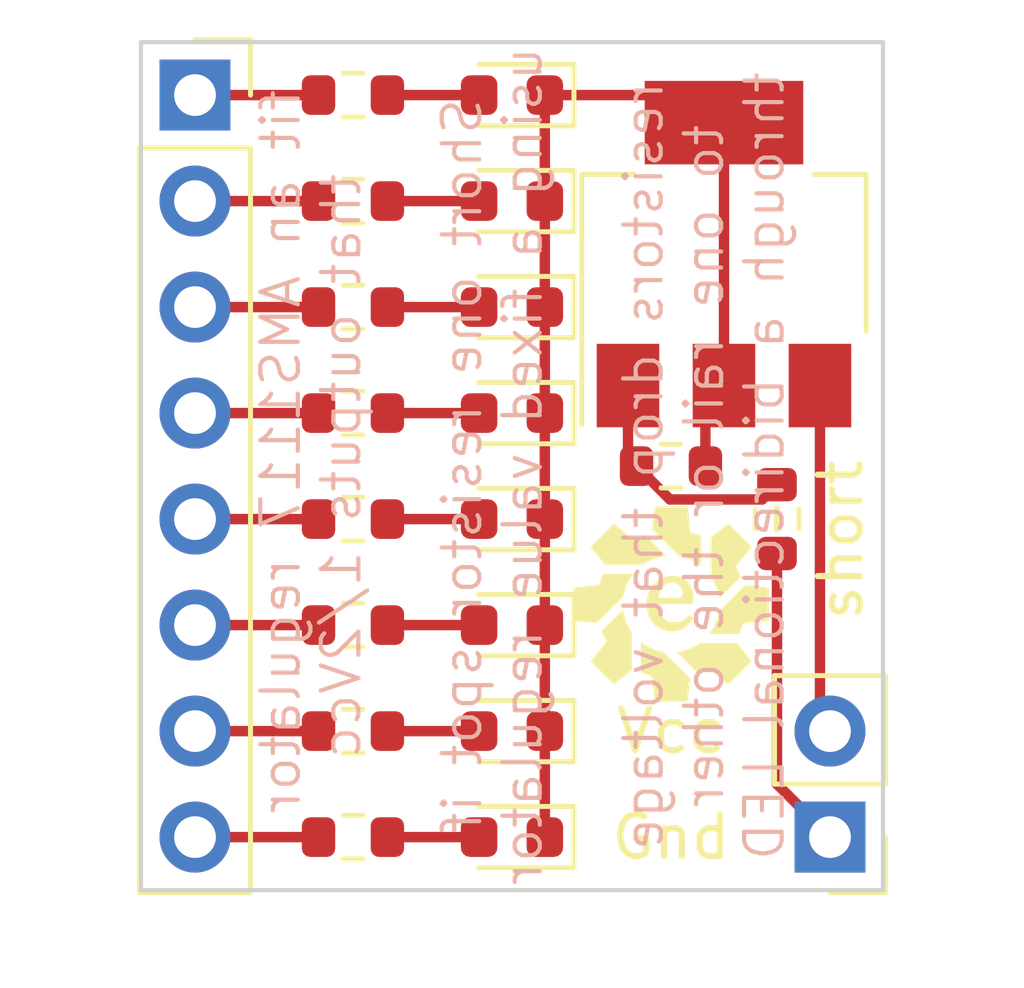
<source format=kicad_pcb>
(kicad_pcb (version 20211014) (generator pcbnew)
  (layers (0 "F.Cu" signal) (31 "B.Cu" signal) (34 "B.Paste" user) (35 "F.Paste" user) (36 "B.SilkS" user "B.Silkscreen") (37 "F.SilkS" user "F.Silkscreen") (38 "B.Mask" user) (39 "F.Mask" user) (44 "Edge.Cuts" user))
  (net 0 "")
  (net 1 "Net-(D1-Pad2)")
  (net 2 "Net-(D2-Pad2)")
  (net 3 "Net-(D3-Pad2)")
  (net 4 "Net-(D4-Pad2)")
  (net 5 "Net-(D5-Pad2)")
  (net 6 "Net-(D6-Pad2)")
  (net 7 "Net-(D7-Pad2)")
  (net 8 "Net-(D8-Pad2)")
  (net 9 "GND")
  (net 10 "+5V")
  (net 11 "Net-(D1-Pad1)")
  (net 12 "Net-(J1-Pad1)")
  (net 13 "Net-(J1-Pad2)")
  (net 14 "Net-(J1-Pad3)")
  (net 15 "Net-(J1-Pad4)")
  (net 16 "Net-(J1-Pad5)")
  (net 17 "Net-(J1-Pad6)")
  (net 18 "Net-(J1-Pad7)")
  (net 19 "Net-(J1-Pad8)")
  (net 20 "Net-(U1-Pad1)")
  (footprint "Resistor_SMD:R_0603_1608Metric" (layer "F.Cu") (at 128.27 87.63 180)
    (fp_text reference "R9" hide)
    (fp_text value "R")
    (fp_line (start -0.237258 0.5225) (end 0.237258 0.5225) (layer "F.SilkS") (width 0.12))
    (fp_line (start -0.237258 -0.5225) (end 0.237258 -0.5225) (layer "F.SilkS") (width 0.12))
    (pad "1" smd roundrect locked (at -0.825 0 180) (size 0.8 0.95) (layers "F.Cu" "F.Paste" "F.Mask") (net 11 "Net-(D1-Pad1)"))
    (pad "2" smd roundrect locked (at 0.825 0 180) (size 0.8 0.95) (layers "F.Cu" "F.Paste" "F.Mask") (net 20 "Net-(U1-Pad1)"))
  )
  (footprint "Resistor_SMD:R_0603_1608Metric" (layer "F.Cu") (at 130.81 88.9 -90)
    (fp_text reference "R10" hide)
    (fp_text value "R")
    (fp_line (start -0.237258 -0.5225) (end 0.237258 -0.5225) (layer "F.SilkS") (width 0.12))
    (fp_line (start -0.237258 0.5225) (end 0.237258 0.5225) (layer "F.SilkS") (width 0.12))
    (pad "1" smd roundrect locked (at -0.825 0 270) (size 0.8 0.95) (layers "F.Cu" "F.Paste" "F.Mask") (net 20 "Net-(U1-Pad1)"))
    (pad "2" smd roundrect locked (at 0.825 0 270) (size 0.8 0.95) (layers "F.Cu" "F.Paste" "F.Mask") (net 9 "GND"))
  )
  (footprint "LED_SMD:LED_0603_1608Metric" (layer "F.Cu") (at 124.46 83.82 180)
    (fp_text reference "D3" hide)
    (fp_text value "LED_Dual_Bidirectional")
    (fp_line (start 0.8 -0.735) (end -1.485 -0.735) (layer "F.SilkS") (width 0.12))
    (fp_line (start -1.485 -0.735) (end -1.485 0.735) (layer "F.SilkS") (width 0.12))
    (fp_line (start -1.485 0.735) (end 0.8 0.735) (layer "F.SilkS") (width 0.12))
    (pad "1" smd roundrect locked (at -0.7875 0 180) (size 0.875 0.95) (layers "F.Cu" "F.Paste" "F.Mask") (net 11 "Net-(D1-Pad1)"))
    (pad "2" smd roundrect locked (at 0.7875 0 180) (size 0.875 0.95) (layers "F.Cu" "F.Paste" "F.Mask") (net 3 "Net-(D3-Pad2)"))
  )
  (footprint "Resistor_SMD:R_0603_1608Metric" (layer "F.Cu") (at 120.65 83.82)
    (fp_text reference "R3" hide)
    (fp_text value "R")
    (fp_line (start -0.237258 0.5225) (end 0.237258 0.5225) (layer "F.SilkS") (width 0.12))
    (fp_line (start -0.237258 -0.5225) (end 0.237258 -0.5225) (layer "F.SilkS") (width 0.12))
    (pad "1" smd roundrect locked (at -0.825 0) (size 0.8 0.95) (layers "F.Cu" "F.Paste" "F.Mask") (net 14 "Net-(J1-Pad3)"))
    (pad "2" smd roundrect locked (at 0.825 0) (size 0.8 0.95) (layers "F.Cu" "F.Paste" "F.Mask") (net 3 "Net-(D3-Pad2)"))
  )
  (footprint "Package_TO_SOT_SMD:SOT-223-3_TabPin2" (layer "F.Cu") (at 129.54 82.55 90)
    (fp_text reference "U1" hide)
    (fp_text value "AZ1117-2.5")
    (fp_line (start 1.91 -3.41) (end 1.91 -2.15) (layer "F.SilkS") (width 0.12))
    (fp_line (start -4.1 -3.41) (end 1.91 -3.41) (layer "F.SilkS") (width 0.12))
    (fp_line (start -1.85 3.41) (end 1.91 3.41) (layer "F.SilkS") (width 0.12))
    (fp_line (start 1.91 3.41) (end 1.91 2.15) (layer "F.SilkS") (width 0.12))
    (pad "1" smd rect locked (at -3.15 -2.3 90) (size 2 1.5) (layers "F.Cu" "F.Paste" "F.Mask") (net 20 "Net-(U1-Pad1)"))
    (pad "2" smd rect locked (at 3.15 0 90) (size 2 3.8) (layers "F.Cu" "F.Paste" "F.Mask") (net 11 "Net-(D1-Pad1)"))
    (pad "2" smd rect locked (at -3.15 0 90) (size 2 1.5) (layers "F.Cu" "F.Paste" "F.Mask") (net 11 "Net-(D1-Pad1)"))
    (pad "3" smd rect locked (at -3.15 2.3 90) (size 2 1.5) (layers "F.Cu" "F.Paste" "F.Mask") (net 10 "+5V"))
  )
  (footprint "LED_SMD:LED_0603_1608Metric" (layer "F.Cu") (at 124.46 81.28 180)
    (fp_text reference "D2" hide)
    (fp_text value "LED_Dual_Bidirectional")
    (fp_line (start 0.8 -0.735) (end -1.485 -0.735) (layer "F.SilkS") (width 0.12))
    (fp_line (start -1.485 -0.735) (end -1.485 0.735) (layer "F.SilkS") (width 0.12))
    (fp_line (start -1.485 0.735) (end 0.8 0.735) (layer "F.SilkS") (width 0.12))
    (pad "1" smd roundrect locked (at -0.7875 0 180) (size 0.875 0.95) (layers "F.Cu" "F.Paste" "F.Mask") (net 11 "Net-(D1-Pad1)"))
    (pad "2" smd roundrect locked (at 0.7875 0 180) (size 0.875 0.95) (layers "F.Cu" "F.Paste" "F.Mask") (net 2 "Net-(D2-Pad2)"))
  )
  (footprint "LED_SMD:LED_0603_1608Metric" (layer "F.Cu") (at 124.46 91.44 180)
    (fp_text reference "D6" hide)
    (fp_text value "LED_Dual_Bidirectional")
    (fp_line (start 0.8 -0.735) (end -1.485 -0.735) (layer "F.SilkS") (width 0.12))
    (fp_line (start -1.485 0.735) (end 0.8 0.735) (layer "F.SilkS") (width 0.12))
    (fp_line (start -1.485 -0.735) (end -1.485 0.735) (layer "F.SilkS") (width 0.12))
    (pad "1" smd roundrect locked (at -0.7875 0 180) (size 0.875 0.95) (layers "F.Cu" "F.Paste" "F.Mask") (net 11 "Net-(D1-Pad1)"))
    (pad "2" smd roundrect locked (at 0.7875 0 180) (size 0.875 0.95) (layers "F.Cu" "F.Paste" "F.Mask") (net 6 "Net-(D6-Pad2)"))
  )
  (footprint "Resistor_SMD:R_0603_1608Metric" (layer "F.Cu") (at 120.65 96.52)
    (fp_text reference "R8" hide)
    (fp_text value "R")
    (fp_line (start -0.237258 -0.5225) (end 0.237258 -0.5225) (layer "F.SilkS") (width 0.12))
    (fp_line (start -0.237258 0.5225) (end 0.237258 0.5225) (layer "F.SilkS") (width 0.12))
    (pad "1" smd roundrect locked (at -0.825 0) (size 0.8 0.95) (layers "F.Cu" "F.Paste" "F.Mask") (net 19 "Net-(J1-Pad8)"))
    (pad "2" smd roundrect locked (at 0.825 0) (size 0.8 0.95) (layers "F.Cu" "F.Paste" "F.Mask") (net 8 "Net-(D8-Pad2)"))
  )
  (footprint "Resistor_SMD:R_0603_1608Metric" (layer "F.Cu") (at 120.65 81.28)
    (fp_text reference "R2" hide)
    (fp_text value "R")
    (fp_line (start -0.237258 0.5225) (end 0.237258 0.5225) (layer "F.SilkS") (width 0.12))
    (fp_line (start -0.237258 -0.5225) (end 0.237258 -0.5225) (layer "F.SilkS") (width 0.12))
    (pad "1" smd roundrect locked (at -0.825 0) (size 0.8 0.95) (layers "F.Cu" "F.Paste" "F.Mask") (net 13 "Net-(J1-Pad2)"))
    (pad "2" smd roundrect locked (at 0.825 0) (size 0.8 0.95) (layers "F.Cu" "F.Paste" "F.Mask") (net 2 "Net-(D2-Pad2)"))
  )
  (footprint "LED_SMD:LED_0603_1608Metric" (layer "F.Cu") (at 124.46 78.74 180)
    (fp_text reference "D1" hide)
    (fp_text value "LED_Dual_Bidirectional")
    (fp_line (start -1.485 0.735) (end 0.8 0.735) (layer "F.SilkS") (width 0.12))
    (fp_line (start -1.485 -0.735) (end -1.485 0.735) (layer "F.SilkS") (width 0.12))
    (fp_line (start 0.8 -0.735) (end -1.485 -0.735) (layer "F.SilkS") (width 0.12))
    (pad "1" smd roundrect locked (at -0.7875 0 180) (size 0.875 0.95) (layers "F.Cu" "F.Paste" "F.Mask") (net 11 "Net-(D1-Pad1)"))
    (pad "2" smd roundrect locked (at 0.7875 0 180) (size 0.875 0.95) (layers "F.Cu" "F.Paste" "F.Mask") (net 1 "Net-(D1-Pad2)"))
  )
  (footprint "LED_SMD:LED_0603_1608Metric" (layer "F.Cu") (at 124.46 88.9 180)
    (fp_text reference "D5" hide)
    (fp_text value "LED_Dual_Bidirectional")
    (fp_line (start -1.485 -0.735) (end -1.485 0.735) (layer "F.SilkS") (width 0.12))
    (fp_line (start 0.8 -0.735) (end -1.485 -0.735) (layer "F.SilkS") (width 0.12))
    (fp_line (start -1.485 0.735) (end 0.8 0.735) (layer "F.SilkS") (width 0.12))
    (pad "1" smd roundrect locked (at -0.7875 0 180) (size 0.875 0.95) (layers "F.Cu" "F.Paste" "F.Mask") (net 11 "Net-(D1-Pad1)"))
    (pad "2" smd roundrect locked (at 0.7875 0 180) (size 0.875 0.95) (layers "F.Cu" "F.Paste" "F.Mask") (net 5 "Net-(D5-Pad2)"))
  )
  (footprint "Resistor_SMD:R_0603_1608Metric" (layer "F.Cu") (at 120.65 88.9)
    (fp_text reference "R5" hide)
    (fp_text value "R")
    (fp_line (start -0.237258 -0.5225) (end 0.237258 -0.5225) (layer "F.SilkS") (width 0.12))
    (fp_line (start -0.237258 0.5225) (end 0.237258 0.5225) (layer "F.SilkS") (width 0.12))
    (pad "1" smd roundrect locked (at -0.825 0) (size 0.8 0.95) (layers "F.Cu" "F.Paste" "F.Mask") (net 16 "Net-(J1-Pad5)"))
    (pad "2" smd roundrect locked (at 0.825 0) (size 0.8 0.95) (layers "F.Cu" "F.Paste" "F.Mask") (net 5 "Net-(D5-Pad2)"))
  )
  (footprint "Resistor_SMD:R_0603_1608Metric" (layer "F.Cu") (at 120.65 93.98)
    (fp_text reference "R7" hide)
    (fp_text value "R")
    (fp_line (start -0.237258 -0.5225) (end 0.237258 -0.5225) (layer "F.SilkS") (width 0.12))
    (fp_line (start -0.237258 0.5225) (end 0.237258 0.5225) (layer "F.SilkS") (width 0.12))
    (pad "1" smd roundrect locked (at -0.825 0) (size 0.8 0.95) (layers "F.Cu" "F.Paste" "F.Mask") (net 18 "Net-(J1-Pad7)"))
    (pad "2" smd roundrect locked (at 0.825 0) (size 0.8 0.95) (layers "F.Cu" "F.Paste" "F.Mask") (net 7 "Net-(D7-Pad2)"))
  )
  (footprint "LED_SMD:LED_0603_1608Metric" (layer "F.Cu") (at 124.46 93.98 180)
    (fp_text reference "D7" hide)
    (fp_text value "LED_Dual_Bidirectional")
    (fp_line (start -1.485 0.735) (end 0.8 0.735) (layer "F.SilkS") (width 0.12))
    (fp_line (start 0.8 -0.735) (end -1.485 -0.735) (layer "F.SilkS") (width 0.12))
    (fp_line (start -1.485 -0.735) (end -1.485 0.735) (layer "F.SilkS") (width 0.12))
    (pad "1" smd roundrect locked (at -0.7875 0 180) (size 0.875 0.95) (layers "F.Cu" "F.Paste" "F.Mask") (net 11 "Net-(D1-Pad1)"))
    (pad "2" smd roundrect locked (at 0.7875 0 180) (size 0.875 0.95) (layers "F.Cu" "F.Paste" "F.Mask") (net 7 "Net-(D7-Pad2)"))
  )
  (footprint "Connector_PinSocket_2.54mm:PinSocket_1x08_P2.54mm_Vertical" (layer "F.Cu") (at 116.865 78.74)
    (fp_text reference "J1" hide)
    (fp_text value "Conn_01x08")
    (fp_line (start -1.33 19.11) (end 1.33 19.11) (layer "F.SilkS") (width 0.12))
    (fp_line (start -1.33 1.27) (end 1.33 1.27) (layer "F.SilkS") (width 0.12))
    (fp_line (start -1.33 1.27) (end -1.33 19.11) (layer "F.SilkS") (width 0.12))
    (fp_line (start 1.33 -1.33) (end 1.33 0) (layer "F.SilkS") (width 0.12))
    (fp_line (start 1.33 1.27) (end 1.33 19.11) (layer "F.SilkS") (width 0.12))
    (fp_line (start 0 -1.33) (end 1.33 -1.33) (layer "F.SilkS") (width 0.12))
    (pad "1" thru_hole rect locked (at 0 0) (size 1.7 1.7) (drill 1) (layers *.Cu *.Mask) (net 12 "Net-(J1-Pad1)"))
    (pad "2" thru_hole oval locked (at 0 2.54) (size 1.7 1.7) (drill 1) (layers *.Cu *.Mask) (net 13 "Net-(J1-Pad2)"))
    (pad "3" thru_hole oval locked (at 0 5.08) (size 1.7 1.7) (drill 1) (layers *.Cu *.Mask) (net 14 "Net-(J1-Pad3)"))
    (pad "4" thru_hole oval locked (at 0 7.62) (size 1.7 1.7) (drill 1) (layers *.Cu *.Mask) (net 15 "Net-(J1-Pad4)"))
    (pad "5" thru_hole oval locked (at 0 10.16) (size 1.7 1.7) (drill 1) (layers *.Cu *.Mask) (net 16 "Net-(J1-Pad5)"))
    (pad "6" thru_hole oval locked (at 0 12.7) (size 1.7 1.7) (drill 1) (layers *.Cu *.Mask) (net 17 "Net-(J1-Pad6)"))
    (pad "7" thru_hole oval locked (at 0 15.24) (size 1.7 1.7) (drill 1) (layers *.Cu *.Mask) (net 18 "Net-(J1-Pad7)"))
    (pad "8" thru_hole oval locked (at 0 17.78) (size 1.7 1.7) (drill 1) (layers *.Cu *.Mask) (net 19 "Net-(J1-Pad8)"))
  )
  (footprint "LED_SMD:LED_0603_1608Metric" (layer "F.Cu") (at 124.46 96.52 180)
    (fp_text reference "D8" hide)
    (fp_text value "LED_Dual_Bidirectional")
    (fp_line (start 0.8 -0.735) (end -1.485 -0.735) (layer "F.SilkS") (width 0.12))
    (fp_line (start -1.485 0.735) (end 0.8 0.735) (layer "F.SilkS") (width 0.12))
    (fp_line (start -1.485 -0.735) (end -1.485 0.735) (layer "F.SilkS") (width 0.12))
    (pad "1" smd roundrect locked (at -0.7875 0 180) (size 0.875 0.95) (layers "F.Cu" "F.Paste" "F.Mask") (net 11 "Net-(D1-Pad1)"))
    (pad "2" smd roundrect locked (at 0.7875 0 180) (size 0.875 0.95) (layers "F.Cu" "F.Paste" "F.Mask") (net 8 "Net-(D8-Pad2)"))
  )
  (footprint "LED_SMD:LED_0603_1608Metric" (layer "F.Cu") (at 124.46 86.36 180)
    (fp_text reference "D4" hide)
    (fp_text value "LED_Dual_Bidirectional")
    (fp_line (start -1.485 -0.735) (end -1.485 0.735) (layer "F.SilkS") (width 0.12))
    (fp_line (start -1.485 0.735) (end 0.8 0.735) (layer "F.SilkS") (width 0.12))
    (fp_line (start 0.8 -0.735) (end -1.485 -0.735) (layer "F.SilkS") (width 0.12))
    (pad "1" smd roundrect locked (at -0.7875 0 180) (size 0.875 0.95) (layers "F.Cu" "F.Paste" "F.Mask") (net 11 "Net-(D1-Pad1)"))
    (pad "2" smd roundrect locked (at 0.7875 0 180) (size 0.875 0.95) (layers "F.Cu" "F.Paste" "F.Mask") (net 4 "Net-(D4-Pad2)"))
  )
  (footprint "Evan's misc parts:Evan Logo" (layer "F.Cu") (at 128.27 90.932)
    (fp_text reference "G***" hide)
    (fp_text value "LOGO" hide)
    (fp_poly (pts (xy -1.174355 -0.720409) (xy -1.09832 -0.720094) (xy -1.037099 -0.719522) (xy -0.989418 -0.718654) (xy -0.954004 -0.717452) (xy -0.929584 -0.715877) (xy -0.914883 -0.71389) (xy -0.908629 -0.711454) (xy -0.908462 -0.709654) (xy -0.916507 -0.697508) (xy -0.931437 -0.675679) (xy -0.950157 -0.648689) (xy -0.951892 -0.646204) (xy -0.995642 -0.577057) (xy -1.037139 -0.499561) (xy -1.071745 -0.422564) (xy -1.079064 -0.403657) (xy -1.091437 -0.367939) (xy -1.104308 -0.326697) (xy -1.116496 -0.284241) (xy -1.12682 -0.244881) (xy -1.1341 -0.212927) (xy -1.137156 -0.192689) (xy -1.137184 -0.191468) (xy -1.143204 -0.181948) (xy -1.160326 -0.161846) (xy -1.187138 -0.132561) (xy -1.222228 -0.095495) (xy -1.264187 -0.052046) (xy -1.311604 -0.003615) (xy -1.363066 0.0484) (xy -1.417164 0.102597) (xy -1.472487 0.157578) (xy -1.527623 0.211943) (xy -1.581162 0.264292) (xy -1.631693 0.313225) (xy -1.677804 0.357343) (xy -1.718086 0.395246) (xy -1.751126 0.425534) (xy -1.775515 0.446807) (xy -1.789841 0.457666) (xy -1.792627 0.458782) (xy -1.814226 0.456805) (xy -1.835987 0.454464) (xy -1.913921 0.445458) (xy -1.977508 0.438164) (xy -2.029643 0.432261) (xy -2.073221 0.427427) (xy -2.111136 0.42334) (xy -2.146284 0.419678) (xy -2.174538 0.41682) (xy -2.217203 0.412417) (xy -2.256835 0.408088) (xy -2.288184 0.404419) (xy -2.30258 0.402529) (xy -2.335133 0.397791) (xy -2.335133 -0.389109) (xy -2.30258 -0.393848) (xy -2.280349 -0.396682) (xy -2.246086 -0.400585) (xy -2.205046 -0.404973) (xy -2.174538 -0.408075) (xy -2.122631 -0.413468) (xy -2.062982 -0.420023) (xy -2.005071 -0.426687) (xy -1.97922 -0.429793) (xy -1.929162 -0.435592) (xy -1.875688 -0.441246) (xy -1.826723 -0.44594) (xy -1.80268 -0.447966) (xy -1.766711 -0.451756) (xy -1.739565 -0.456583) (xy -1.724864 -0.461736) (xy -1.723323 -0.463507) (xy -1.715572 -0.489232) (xy -1.703951 -0.525026) (xy -1.690105 -0.566113) (xy -1.675682 -0.607716) (xy -1.662326 -0.645058) (xy -1.651685 -0.673363) (xy -1.647469 -0.683612) (xy -1.631176 -0.720505) (xy -1.266477 -0.720505)) (layer "F.SilkS") (width 0) (fill solid))
    (fp_poly (pts (xy 1.828143 -0.447424) (xy 1.857968 -0.444118) (xy 1.899141 -0.439458) (xy 1.94577 -0.434115) (xy 1.983562 -0.429739) (xy 2.037268 -0.423642) (xy 2.097055 -0.417098) (xy 2.153969 -0.411078) (xy 2.18322 -0.4081) (xy 2.225885 -0.403713) (xy 2.265518 -0.399397) (xy 2.296867 -0.395735) (xy 2.311261 -0.393848) (xy 2.343814 -0.389109) (xy 2.343814 0.397791) (xy 2.311261 0.402529) (xy 2.28903 0.405364) (xy 2.254768 0.409266) (xy 2.213727 0.413654) (xy 2.18322 0.416757) (xy 2.131312 0.422149) (xy 2.071664 0.428705) (xy 2.013753 0.435369) (xy 1.987902 0.438475) (xy 1.937843 0.444273) (xy 1.884369 0.449928) (xy 1.835404 0.454622) (xy 1.811362 0.456648) (xy 1.775411 0.460436) (xy 1.748259 0.465262) (xy 1.733536 0.470413) (xy 1.731983 0.472188) (xy 1.722236 0.504643) (xy 1.708543 0.546966) (xy 1.693054 0.59277) (xy 1.677917 0.635666) (xy 1.668156 0.661911) (xy 1.645603 0.720506) (xy 1.282884 0.720506) (xy 1.205427 0.720415) (xy 1.133625 0.720156) (xy 1.069278 0.719748) (xy 1.014183 0.719211) (xy 0.970137 0.718563) (xy 0.93894 0.717825) (xy 0.922387 0.717016) (xy 0.920164 0.716582) (xy 0.924786 0.708113) (xy 0.937032 0.689212) (xy 0.954474 0.663602) (xy 0.958742 0.657471) (xy 1.004905 0.584605) (xy 1.047866 0.5041) (xy 1.08302 0.424711) (xy 1.087745 0.412338) (xy 1.101314 0.373143) (xy 1.114879 0.329289) (xy 1.127274 0.285114) (xy 1.137337 0.244955) (xy 1.143903 0.213149) (xy 1.145865 0.195809) (xy 1.152001 0.184983) (xy 1.170443 0.162569) (xy 1.201242 0.128513) (xy 1.24445 0.082761) (xy 1.300118 0.025258) (xy 1.368298 -0.04405) (xy 1.449041 -0.125217) (xy 1.461379 -0.137558) (xy 1.776894 -0.452984)) (layer "F.SilkS") (width 0) (fill solid))
    (fp_poly (pts (xy -1.313961 -1.885564) (xy -1.292255 -1.86862) (xy -1.260076 -1.843148) (xy -1.220363 -1.811507) (xy -1.176053 -1.776057) (xy -1.130085 -1.739155) (xy -1.085397 -1.703163) (xy -1.044926 -1.670439) (xy -1.011611 -1.643343) (xy -0.988391 -1.624234) (xy -0.98534 -1.621682) (xy -0.968623 -1.608008) (xy -0.94475 -1.588901) (xy -0.929119 -1.576546) (xy -0.89033 -1.546058) (xy -0.82929 -1.57904) (xy -0.789437 -1.599556) (xy -0.743376 -1.621776) (xy -0.701006 -1.640925) (xy -0.700594 -1.641102) (xy -0.632938 -1.670183) (xy -0.377235 -1.414589) (xy -0.322475 -1.359713) (xy -0.271729 -1.308589) (xy -0.226277 -1.262526) (xy -0.187397 -1.222832) (xy -0.156368 -1.190815) (xy -0.134467 -1.167784) (xy -0.122975 -1.155047) (xy -0.121531 -1.152962) (xy -0.129284 -1.148399) (xy -0.149017 -1.143547) (xy -0.162765 -1.141336) (xy -0.198693 -1.134859) (xy -0.245266 -1.124228) (xy -0.296721 -1.11097) (xy -0.347298 -1.096613) (xy -0.391235 -1.082684) (xy -0.41136 -1.075422) (xy -0.463103 -1.053177) (xy -0.520849 -1.024802) (xy -0.576961 -0.994239) (xy -0.621575 -0.966917) (xy -0.665877 -0.937525) (xy -1.586588 -0.937525) (xy -1.60001 -0.958009) (xy -1.614403 -0.97796) (xy -1.625043 -0.990562) (xy -1.634351 -1.001335) (xy -1.652276 -1.022994) (xy -1.676617 -1.052845) (xy -1.705172 -1.088197) (xy -1.720105 -1.106801) (xy -1.753419 -1.148343) (xy -1.786936 -1.190063) (xy -1.817298 -1.227786) (xy -1.841147 -1.257338) (xy -1.846373 -1.263792) (xy -1.869856 -1.293173) (xy -1.891473 -1.320922) (xy -1.906815 -1.341373) (xy -1.907626 -1.342506) (xy -1.926063 -1.368398) (xy -1.367225 -1.92646)) (layer "F.SilkS") (width 0) (fill solid))
    (fp_poly (pts (xy 0.055094 -0.674791) (xy 0.13108 -0.667998) (xy 0.19618 -0.654138) (xy 0.256005 -0.631551) (xy 0.316167 -0.598581) (xy 0.319036 -0.596786) (xy 0.384465 -0.545673) (xy 0.440304 -0.481533) (xy 0.484966 -0.406747) (xy 0.51686 -0.323696) (xy 0.526162 -0.286466) (xy 0.532673 -0.243911) (xy 0.536166 -0.19537) (xy 0.536775 -0.145001) (xy 0.534633 -0.096962) (xy 0.529876 -0.05541) (xy 0.522636 -0.024503) (xy 0.517355 -0.013095) (xy 0.503086 0.008681) (xy -0.295147 0.008681) (xy -0.294842 0.045575) (xy -0.286327 0.128333) (xy -0.262999 0.205712) (xy -0.226083 0.27566) (xy -0.176803 0.336123) (xy -0.116383 0.385049) (xy -0.08008 0.40569) (xy -0.051604 0.419478) (xy -0.029222 0.428715) (xy -0.008174 0.434312) (xy 0.016302 0.437181) (xy 0.048966 0.438233) (xy 0.090685 0.43838) (xy 0.136502 0.438056) (xy 0.169514 0.43662) (xy 0.194274 0.433375) (xy 0.215332 0.427626) (xy 0.237242 0.418676) (xy 0.246023 0.414626) (xy 0.282029 0.394771) (xy 0.323747 0.367265) (xy 0.365452 0.33629) (xy 0.401418 0.306027) (xy 0.420194 0.287417) (xy 0.437853 0.273128) (xy 0.456374 0.271219) (xy 0.479019 0.282277) (xy 0.504209 0.302542) (xy 0.541888 0.335979) (xy 0.511836 0.385656) (xy 0.453496 0.466246) (xy 0.384021 0.534289) (xy 0.304735 0.588702) (xy 0.216965 0.628405) (xy 0.212349 0.629994) (xy 0.176336 0.641109) (xy 0.142676 0.64848) (xy 0.105496 0.652992) (xy 0.058925 0.655533) (xy 0.039064 0.656126) (xy -0.006899 0.656519) (xy -0.051299 0.65552) (xy -0.088559 0.653331) (xy -0.110052 0.650755) (xy -0.181017 0.632088) (xy -0.254598 0.602187) (xy -0.323495 0.564074) (xy -0.330268 0.559647) (xy -0.399169 0.503628) (xy -0.457929 0.434762) (xy -0.505991 0.354683) (xy -0.542796 0.26502) (xy -0.567785 0.167408) (xy -0.580399 0.063477) (xy -0.58008 -0.045141) (xy -0.569395 -0.138892) (xy -0.567436 -0.147573) (xy -0.295477 -0.147573) (xy -0.05876 -0.147622) (xy 0.007461 -0.147956) (xy 0.068483 -0.148878) (xy 0.121809 -0.150305) (xy 0.164943 -0.152154) (xy 0.195387 -0.154344) (xy 0.209617 -0.156464) (xy 0.24119 -0.171609) (xy 0.261398 -0.197298) (xy 0.271229 -0.235232) (xy 0.272557 -0.264764) (xy 0.263583 -0.326483) (xy 0.238921 -0.383842) (xy 0.200132 -0.434425) (xy 0.148782 -0.475816) (xy 0.128402 -0.487542) (xy 0.08313 -0.503068) (xy 0.029764 -0.508695) (xy -0.025614 -0.504549) (xy -0.076922 -0.490755) (xy -0.094236 -0.482933) (xy -0.151433 -0.44403) (xy -0.201287 -0.39167) (xy -0.241522 -0.329001) (xy -0.269859 -0.259173) (xy -0.277389 -0.229767) (xy -0.28372 -0.200364) (xy -0.289227 -0.175198) (xy -0.291038 -0.167105) (xy -0.295477 -0.147573) (xy -0.567436 -0.147573) (xy -0.54737 -0.236509) (xy -0.514521 -0.32283) (xy -0.469085 -0.401373) (xy -0.409297 -0.475651) (xy -0.390635 -0.495258) (xy -0.317373 -0.560207) (xy -0.239009 -0.610028) (xy -0.151918 -0.646892) (xy -0.121607 -0.656309) (xy -0.083112 -0.666724) (xy -0.051721 -0.673081) (xy -0.021102 -0.676039) (xy 0.01508 -0.676264)) (layer "F.SilkS") (width 0) (fill solid))
    (fp_poly (pts (xy 1.138051 0.937937) (xy 1.584245 0.938347) (xy 1.623309 0.987643) (xy 1.644961 1.014886) (xy 1.664167 1.03891) (xy 1.676763 1.054508) (xy 1.687877 1.06821) (xy 1.707148 1.0921) (xy 1.73264 1.123769) (xy 1.762418 1.160806) (xy 1.794547 1.200801) (xy 1.827093 1.241344) (xy 1.858121 1.280025) (xy 1.885696 1.314434) (xy 1.907883 1.34216) (xy 1.922746 1.360794) (xy 1.928157 1.367656) (xy 1.923764 1.375835) (xy 1.907643 1.395309) (xy 1.880534 1.425294) (xy 1.843179 1.465004) (xy 1.79632 1.513655) (xy 1.740697 1.570463) (xy 1.677053 1.634643) (xy 1.655386 1.656337) (xy 1.375717 1.935908) (xy 1.223898 1.813599) (xy 1.178922 1.777347) (xy 1.137653 1.744046) (xy 1.102306 1.715486) (xy 1.075094 1.693456) (xy 1.058231 1.679745) (xy 1.054686 1.676832) (xy 1.040508 1.665249) (xy 1.016712 1.646016) (xy 0.987248 1.622318) (xy 0.969647 1.608208) (xy 0.902 1.554045) (xy 0.826444 1.592326) (xy 0.786514 1.612184) (xy 0.74558 1.631928) (xy 0.710601 1.64822) (xy 0.70082 1.652591) (xy 0.650751 1.674575) (xy 0.394007 1.418269) (xy 0.339277 1.363448) (xy 0.288722 1.312451) (xy 0.243595 1.266568) (xy 0.205146 1.22709) (xy 0.17463 1.195304) (xy 0.153297 1.172503) (xy 0.142402 1.159976) (xy 0.141269 1.157957) (xy 0.151287 1.154624) (xy 0.173511 1.14986) (xy 0.200679 1.145102) (xy 0.329993 1.115751) (xy 0.457178 1.06953) (xy 0.581033 1.006905) (xy 0.625885 0.979601) (xy 0.691858 0.937526)) (layer "F.SilkS") (width 0) (fill solid))
    (fp_poly (pts (xy -0.697508 0.925189) (xy -0.675679 0.940119) (xy -0.648689 0.958838) (xy -0.646204 0.960574) (xy -0.577057 1.004323) (xy -0.499561 1.045821) (xy -0.422564 1.080426) (xy -0.403657 1.087745) (xy -0.367939 1.100119) (xy -0.326697 1.11299) (xy -0.284241 1.125177) (xy -0.244881 1.135502) (xy -0.212927 1.142782) (xy -0.192689 1.145837) (xy -0.191468 1.145865) (xy -0.182876 1.151842) (xy -0.163264 1.169008) (xy -0.133826 1.196216) (xy -0.09576 1.232318) (xy -0.05026 1.276168) (xy 0.001477 1.326618) (xy 0.058255 1.38252) (xy 0.11888 1.442728) (xy 0.14162 1.465441) (xy 0.461108 1.785016) (xy 0.455761 1.832204) (xy 0.452565 1.860214) (xy 0.448018 1.899812) (xy 0.442772 1.945338) (xy 0.438354 1.983562) (xy 0.432285 2.037271) (xy 0.425764 2.09706) (xy 0.419756 2.153977) (xy 0.416782 2.18322) (xy 0.412394 2.225885) (xy 0.408078 2.265518) (xy 0.404417 2.296867) (xy 0.402529 2.311261) (xy 0.397791 2.343814) (xy -0.389109 2.343814) (xy -0.393848 2.311261) (xy -0.396682 2.28903) (xy -0.400585 2.254768) (xy -0.404973 2.213727) (xy -0.408075 2.18322) (xy -0.413468 2.131312) (xy -0.420023 2.071664) (xy -0.426687 2.013753) (xy -0.429793 1.987902) (xy -0.435592 1.937843) (xy -0.441246 1.884369) (xy -0.44594 1.835404) (xy -0.447966 1.811362) (xy -0.451756 1.775393) (xy -0.456583 1.748247) (xy -0.461736 1.733545) (xy -0.463507 1.732004) (xy -0.489232 1.724254) (xy -0.525026 1.712632) (xy -0.566113 1.698787) (xy -0.607716 1.684363) (xy -0.645058 1.671008) (xy -0.673363 1.660367) (xy -0.683612 1.656151) (xy -0.720505 1.639858) (xy -0.720505 1.275158) (xy -0.720409 1.183036) (xy -0.720094 1.107002) (xy -0.719522 1.045781) (xy -0.718654 0.9981) (xy -0.717452 0.962686) (xy -0.715877 0.938265) (xy -0.71389 0.923565) (xy -0.711454 0.91731) (xy -0.709654 0.917143)) (layer "F.SilkS") (width 0) (fill solid))
    (fp_poly (pts (xy 0.402529 -2.30258) (xy 0.405364 -2.280349) (xy 0.409266 -2.246086) (xy 0.413654 -2.205046) (xy 0.416757 -2.174538) (xy 0.422149 -2.122631) (xy 0.428705 -2.062982) (xy 0.435369 -2.005071) (xy 0.438475 -1.97922) (xy 0.444273 -1.929162) (xy 0.449928 -1.875688) (xy 0.454622 -1.826723) (xy 0.456648 -1.80268) (xy 0.460438 -1.766711) (xy 0.465264 -1.739565) (xy 0.470418 -1.724864) (xy 0.472188 -1.723323) (xy 0.497913 -1.715572) (xy 0.533708 -1.703951) (xy 0.574794 -1.690105) (xy 0.616397 -1.675682) (xy 0.653739 -1.662326) (xy 0.682044 -1.651685) (xy 0.692294 -1.647469) (xy 0.729187 -1.631176) (xy 0.729187 -1.266989) (xy 0.729137 -1.189378) (xy 0.728994 -1.117426) (xy 0.72877 -1.052926) (xy 0.728473 -0.997671) (xy 0.728117 -0.953454) (xy 0.72771 -0.92207) (xy 0.727264 -0.90531) (xy 0.727017 -0.90297) (xy 0.719435 -0.907653) (xy 0.700792 -0.920119) (xy 0.67427 -0.938224) (xy 0.6554 -0.951245) (xy 0.53931 -1.021325) (xy 0.413706 -1.077725) (xy 0.280993 -1.119392) (xy 0.260424 -1.124352) (xy 0.195318 -1.139437) (xy -0.128056 -1.461641) (xy -0.451431 -1.783846) (xy -0.446581 -1.827278) (xy -0.443603 -1.853623) (xy -0.439246 -1.891768) (xy -0.434132 -1.936268) (xy -0.429673 -1.97488) (xy -0.423604 -2.028589) (xy -0.417082 -2.088379) (xy -0.411075 -2.145295) (xy -0.4081 -2.174538) (xy -0.403713 -2.217204) (xy -0.399397 -2.256837) (xy -0.395735 -2.288185) (xy -0.393848 -2.30258) (xy -0.389109 -2.335133) (xy 0.397791 -2.335133)) (layer "F.SilkS") (width 0) (fill solid))
    (fp_poly (pts (xy 1.655386 -1.647656) (xy 1.721412 -1.581309) (xy 1.77965 -1.522086) (xy 1.829359 -1.470772) (xy 1.869798 -1.42815) (xy 1.900226 -1.395007) (xy 1.919901 -1.372125) (xy 1.928081 -1.360291) (xy 1.928157 -1.358974) (xy 1.920559 -1.349345) (xy 1.904029 -1.328629) (xy 1.880523 -1.299265) (xy 1.851999 -1.263687) (xy 1.820413 -1.224332) (xy 1.787723 -1.183637) (xy 1.755885 -1.144038) (xy 1.726857 -1.107971) (xy 1.702595 -1.077872) (xy 1.685056 -1.056179) (xy 1.676763 -1.046005) (xy 1.665205 -1.031821) (xy 1.645996 -1.008026) (xy 1.622322 -0.978574) (xy 1.608303 -0.961083) (xy 1.554234 -0.893553) (xy 1.600728 -0.800519) (xy 1.620311 -0.760524) (xy 1.638017 -0.722897) (xy 1.651741 -0.692196) (xy 1.65881 -0.674659) (xy 1.670397 -0.641834) (xy 1.419038 -0.390363) (xy 1.364643 -0.336077) (xy 1.314023 -0.285815) (xy 1.268496 -0.240867) (xy 1.229381 -0.202522) (xy 1.197993 -0.172069) (xy 1.175652 -0.150798) (xy 1.163674 -0.139997) (xy 1.162041 -0.138892) (xy 1.154518 -0.145776) (xy 1.151134 -0.152624) (xy 1.146758 -0.172635) (xy 1.145865 -0.185712) (xy 1.143187 -0.207862) (xy 1.135934 -0.242025) (xy 1.125275 -0.28383) (xy 1.112381 -0.328908) (xy 1.09842 -0.372887) (xy 1.087529 -0.403657) (xy 1.057099 -0.477793) (xy 1.023524 -0.544429) (xy 0.983988 -0.610096) (xy 0.946207 -0.668962) (xy 0.946207 -1.578105) (xy 0.974847 -1.602877) (xy 1.000112 -1.624221) (xy 1.028846 -1.647803) (xy 1.037783 -1.654982) (xy 1.054658 -1.668496) (xy 1.082517 -1.690881) (xy 1.118834 -1.720104) (xy 1.161081 -1.75413) (xy 1.206733 -1.790927) (xy 1.223898 -1.80477) (xy 1.375717 -1.927226)) (layer "F.SilkS") (width 0) (fill solid))
    (fp_poly (pts (xy -1.147665 0.146527) (xy -1.142586 0.165466) (xy -1.141542 0.171446) (xy -1.11341 0.303415) (xy -1.071769 0.42966) (xy -1.017745 0.547138) (xy -0.97581 0.618462) (xy -0.937525 0.677644) (xy -0.937525 1.586787) (xy -0.966166 1.611558) (xy -0.991448 1.632902) (xy -1.020196 1.656459) (xy -1.029102 1.663595) (xy -1.046299 1.677331) (xy -1.074375 1.699827) (xy -1.110683 1.728961) (xy -1.152576 1.762607) (xy -1.197407 1.798643) (xy -1.20663 1.80606) (xy -1.249697 1.840679) (xy -1.288452 1.871793) (xy -1.320755 1.89769) (xy -1.344471 1.916657) (xy -1.357461 1.926981) (xy -1.358974 1.928157) (xy -1.367153 1.923764) (xy -1.386628 1.907643) (xy -1.416612 1.880534) (xy -1.456322 1.843179) (xy -1.504974 1.79632) (xy -1.561782 1.740697) (xy -1.625962 1.677053) (xy -1.647656 1.655386) (xy -1.927226 1.375717) (xy -1.804918 1.223898) (xy -1.768665 1.178922) (xy -1.735364 1.137653) (xy -1.706804 1.102306) (xy -1.684774 1.075094) (xy -1.671064 1.058231) (xy -1.66815 1.054686) (xy -1.656567 1.040508) (xy -1.637334 1.016712) (xy -1.613637 0.987248) (xy -1.599527 0.969647) (xy -1.545363 0.902) (xy -1.583645 0.826444) (xy -1.603639 0.786217) (xy -1.623644 0.744696) (xy -1.640254 0.708989) (xy -1.644636 0.699176) (xy -1.667347 0.647463) (xy -1.413171 0.393178) (xy -1.358446 0.338573) (xy -1.307469 0.287987) (xy -1.261555 0.242702) (xy -1.222015 0.203999) (xy -1.190164 0.173163) (xy -1.167313 0.151474) (xy -1.154776 0.140216) (xy -1.152823 0.138893)) (layer "F.SilkS") (width 0) (fill solid))
  )
  (footprint "Resistor_SMD:R_0603_1608Metric" (layer "F.Cu") (at 120.65 78.74)
    (fp_text reference "R1" hide)
    (fp_text value "R")
    (fp_line (start -0.237258 0.5225) (end 0.237258 0.5225) (layer "F.SilkS") (width 0.12))
    (fp_line (start -0.237258 -0.5225) (end 0.237258 -0.5225) (layer "F.SilkS") (width 0.12))
    (pad "1" smd roundrect locked (at -0.825 0) (size 0.8 0.95) (layers "F.Cu" "F.Paste" "F.Mask") (net 12 "Net-(J1-Pad1)"))
    (pad "2" smd roundrect locked (at 0.825 0) (size 0.8 0.95) (layers "F.Cu" "F.Paste" "F.Mask") (net 1 "Net-(D1-Pad2)"))
  )
  (footprint "Resistor_SMD:R_0603_1608Metric" (layer "F.Cu") (at 120.65 86.36)
    (fp_text reference "R4" hide)
    (fp_text value "R")
    (fp_line (start -0.237258 -0.5225) (end 0.237258 -0.5225) (layer "F.SilkS") (width 0.12))
    (fp_line (start -0.237258 0.5225) (end 0.237258 0.5225) (layer "F.SilkS") (width 0.12))
    (pad "1" smd roundrect locked (at -0.825 0) (size 0.8 0.95) (layers "F.Cu" "F.Paste" "F.Mask") (net 15 "Net-(J1-Pad4)"))
    (pad "2" smd roundrect locked (at 0.825 0) (size 0.8 0.95) (layers "F.Cu" "F.Paste" "F.Mask") (net 4 "Net-(D4-Pad2)"))
  )
  (footprint "Connector_PinHeader_2.54mm:PinHeader_1x02_P2.54mm_Vertical" (layer "F.Cu") (at 132.08 96.52 180)
    (fp_text reference "J2" hide)
    (fp_text value "Conn_01x02")
    (fp_line (start -1.33 3.87) (end 1.33 3.87) (layer "F.SilkS") (width 0.12))
    (fp_line (start -1.33 1.27) (end 1.33 1.27) (layer "F.SilkS") (width 0.12))
    (fp_line (start -1.33 0) (end -1.33 -1.33) (layer "F.SilkS") (width 0.12))
    (fp_line (start 1.33 1.27) (end 1.33 3.87) (layer "F.SilkS") (width 0.12))
    (fp_line (start -1.33 -1.33) (end 0 -1.33) (layer "F.SilkS") (width 0.12))
    (fp_line (start -1.33 1.27) (end -1.33 3.87) (layer "F.SilkS") (width 0.12))
    (pad "1" thru_hole rect locked (at 0 0 180) (size 1.7 1.7) (drill 1) (layers *.Cu *.Mask) (net 9 "GND"))
    (pad "2" thru_hole oval locked (at 0 2.54 180) (size 1.7 1.7) (drill 1) (layers *.Cu *.Mask) (net 10 "+5V"))
  )
  (footprint "Resistor_SMD:R_0603_1608Metric" (layer "F.Cu") (at 120.65 91.44)
    (fp_text reference "R6" hide)
    (fp_text value "R")
    (fp_line (start -0.237258 0.5225) (end 0.237258 0.5225) (layer "F.SilkS") (width 0.12))
    (fp_line (start -0.237258 -0.5225) (end 0.237258 -0.5225) (layer "F.SilkS") (width 0.12))
    (pad "1" smd roundrect locked (at -0.825 0) (size 0.8 0.95) (layers "F.Cu" "F.Paste" "F.Mask") (net 17 "Net-(J1-Pad6)"))
    (pad "2" smd roundrect locked (at 0.825 0) (size 0.8 0.95) (layers "F.Cu" "F.Paste" "F.Mask") (net 6 "Net-(D6-Pad2)"))
  )
  (gr_line (start 130.81 88.646) (end 130.81 89.154) (layer "F.SilkS") (width 0.15))
  (gr_line (start 133.35 97.79) (end 133.35 77.47) (layer "Edge.Cuts") (width 0.1))
  (gr_line (start 115.57 77.47) (end 115.57 97.79) (layer "Edge.Cuts") (width 0.1))
  (gr_line (start 133.35 77.47) (end 115.57 77.47) (layer "Edge.Cuts") (width 0.1))
  (gr_line (start 115.57 97.79) (end 133.35 97.79) (layer "Edge.Cuts") (width 0.1))
  (gr_text "fit an AMS1117 regulator \nthat outputs 1/2Vcc\n\nShort one resistor spot if\nusing a fixed value regulator\n\nresistors drop that voltage\nto one rail or the other\nthrough a bidirectional LED\n" (at 124.714 87.63 90) (layer "B.SilkS") (effects (font (size 0.9 0.9) (thickness 0.1)) (justify mirror)))
  (gr_text "Gnd" (at 128.27 96.52) (layer "F.SilkS") (effects (font (size 1 1))))
  (gr_text "Vcc" (at 128.27 93.98) (layer "F.SilkS") (effects (font (size 1 1))))
  (gr_text "short" (at 132.334 89.408 90) (layer "F.SilkS") (effects (font (size 1 1))))
  (segment (start 121.475 78.74) (end 123.6725 78.74) (width 0.25) (layer "F.Cu") (net 1))
  (segment (start 121.475 81.28) (end 123.6725 81.28) (width 0.25) (layer "F.Cu") (net 2))
  (segment (start 121.475 83.82) (end 123.6725 83.82) (width 0.25) (layer "F.Cu") (net 3))
  (segment (start 121.475 86.36) (end 123.6725 86.36) (width 0.25) (layer "F.Cu") (net 4))
  (segment (start 121.475 88.9) (end 123.6725 88.9) (width 0.25) (layer "F.Cu") (net 5))
  (segment (start 121.475 91.44) (end 123.6725 91.44) (width 0.25) (layer "F.Cu") (net 6))
  (segment (start 121.475 93.98) (end 123.6725 93.98) (width 0.25) (layer "F.Cu") (net 7))
  (segment (start 121.475 96.52) (end 123.6725 96.52) (width 0.25) (layer "F.Cu") (net 8))
  (segment (start 130.81 89.725) (end 130.81 95.25) (width 0.25) (layer "F.Cu") (net 9))
  (segment (start 130.81 95.25) (end 132.08 96.52) (width 0.25) (layer "F.Cu") (net 9))
  (segment (start 131.84 85.7) (end 131.84 93.74) (width 0.25) (layer "F.Cu") (net 10))
  (segment (start 131.84 93.74) (end 132.08 93.98) (width 0.25) (layer "F.Cu") (net 10))
  (segment (start 129.54 79.4) (end 129.54 85.7) (width 0.25) (layer "F.Cu") (net 11))
  (segment (start 125.2475 96.52) (end 125.2475 78.74) (width 0.25) (layer "F.Cu") (net 11))
  (segment (start 125.2475 78.74) (end 128.88 78.74) (width 0.25) (layer "F.Cu") (net 11))
  (segment (start 129.095 87.63) (end 129.095 86.145) (width 0.25) (layer "F.Cu") (net 11))
  (segment (start 129.095 86.145) (end 129.54 85.7) (width 0.25) (layer "F.Cu") (net 11))
  (segment (start 128.88 78.74) (end 129.54 79.4) (width 0.25) (layer "F.Cu") (net 11))
  (segment (start 116.865 78.74) (end 119.825 78.74) (width 0.25) (layer "F.Cu") (net 12))
  (segment (start 116.865 81.28) (end 119.825 81.28) (width 0.25) (layer "F.Cu") (net 13))
  (segment (start 116.865 83.82) (end 119.825 83.82) (width 0.25) (layer "F.Cu") (net 14))
  (segment (start 116.865 86.36) (end 119.825 86.36) (width 0.25) (layer "F.Cu") (net 15))
  (segment (start 116.865 88.9) (end 119.825 88.9) (width 0.25) (layer "F.Cu") (net 16))
  (segment (start 116.865 91.44) (end 119.825 91.44) (width 0.25) (layer "F.Cu") (net 17))
  (segment (start 119.825 93.98) (end 116.865 93.98) (width 0.25) (layer "F.Cu") (net 18))
  (segment (start 116.865 96.52) (end 119.825 96.52) (width 0.25) (layer "F.Cu") (net 19))
  (segment (start 128.24452 88.42952) (end 127.445 87.63) (width 0.25) (layer "F.Cu") (net 20))
  (segment (start 127.24 87.425) (end 127.445 87.63) (width 0.25) (layer "F.Cu") (net 20))
  (segment (start 130.45548 88.42952) (end 128.24452 88.42952) (width 0.25) (layer "F.Cu") (net 20))
  (segment (start 130.81 88.075) (end 130.45548 88.42952) (width 0.25) (layer "F.Cu") (net 20))
  (segment (start 127.24 85.7) (end 127.24 87.425) (width 0.25) (layer "F.Cu") (net 20))
)
</source>
